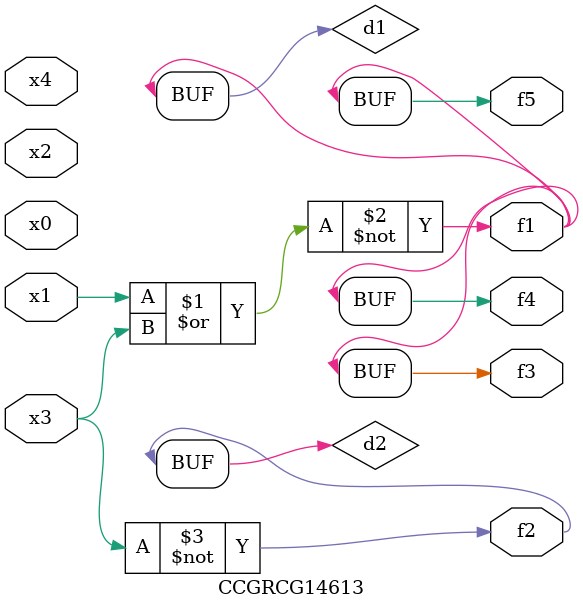
<source format=v>
module CCGRCG14613(
	input x0, x1, x2, x3, x4,
	output f1, f2, f3, f4, f5
);

	wire d1, d2;

	nor (d1, x1, x3);
	not (d2, x3);
	assign f1 = d1;
	assign f2 = d2;
	assign f3 = d1;
	assign f4 = d1;
	assign f5 = d1;
endmodule

</source>
